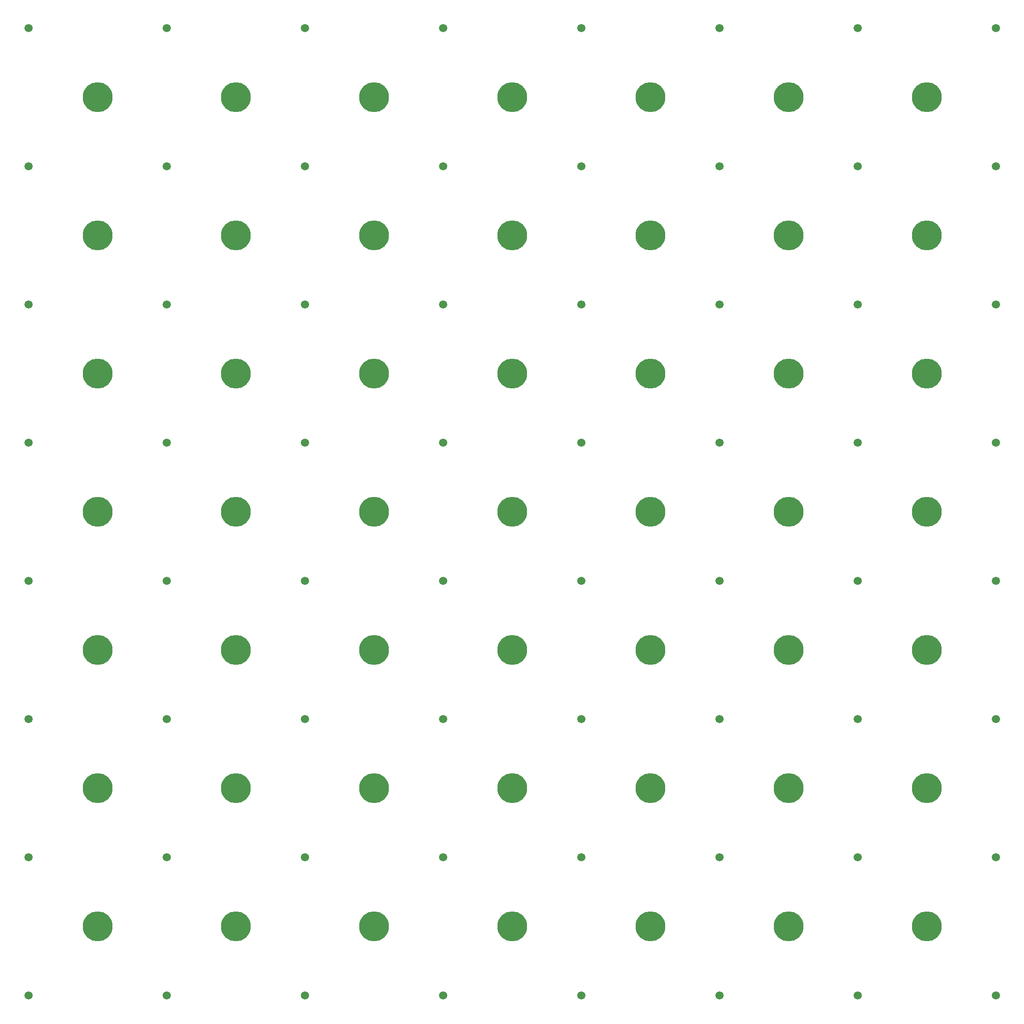
<source format=gbr>
%TF.GenerationSoftware,KiCad,Pcbnew,7.0.2*%
%TF.CreationDate,2023-05-22T19:29:03+02:00*%
%TF.ProjectId,Board1_Pad_PogoPin,426f6172-6431-45f5-9061-645f506f676f,rev?*%
%TF.SameCoordinates,Original*%
%TF.FileFunction,Paste,Bot*%
%TF.FilePolarity,Positive*%
%FSLAX46Y46*%
G04 Gerber Fmt 4.6, Leading zero omitted, Abs format (unit mm)*
G04 Created by KiCad (PCBNEW 7.0.2) date 2023-05-22 19:29:03*
%MOMM*%
%LPD*%
G01*
G04 APERTURE LIST*
%ADD10C,5.500000*%
%ADD11C,1.500000*%
G04 APERTURE END LIST*
D10*
%TO.C,REF\u002A\u002A23*%
X207451479Y-202416100D03*
%TD*%
%TO.C,REF\u002A\u002A45*%
X359851479Y-304016100D03*
%TD*%
%TO.C,REF\u002A\u002A21*%
X258251479Y-202416100D03*
%TD*%
D11*
%TO.C,J27*%
X270951479Y-189716100D03*
%TD*%
%TO.C,J47*%
X321751479Y-291316100D03*
%TD*%
D10*
%TO.C,REF\u002A\u002A34*%
X283651479Y-253216100D03*
%TD*%
%TO.C,REF\u002A\u002A48*%
X283651479Y-304016100D03*
%TD*%
D11*
%TO.C,J10*%
X220151479Y-164316100D03*
%TD*%
%TO.C,J41*%
X321751479Y-138916100D03*
%TD*%
%TO.C,J15*%
X220151479Y-291316100D03*
%TD*%
%TO.C,J4*%
X194751479Y-215116100D03*
%TD*%
%TO.C,J38*%
X296351479Y-265916100D03*
%TD*%
%TO.C,J28*%
X270951479Y-215116100D03*
%TD*%
D10*
%TO.C,REF\u002A\u002A27*%
X283651479Y-227816100D03*
%TD*%
%TO.C,REF\u002A\u002A35*%
X258251479Y-253216100D03*
%TD*%
%TO.C,REF\u002A\u002A19*%
X309051479Y-202416100D03*
%TD*%
D11*
%TO.C,J22*%
X245551479Y-265916100D03*
%TD*%
%TO.C,J45*%
X321751479Y-240516100D03*
%TD*%
%TO.C,J12*%
X220151479Y-215116100D03*
%TD*%
D10*
%TO.C,REF\u002A\u002A7*%
X258251479Y-151616100D03*
%TD*%
D11*
%TO.C,J25*%
X270951479Y-138916100D03*
%TD*%
D10*
%TO.C,REF\u002A\u002A22*%
X232851479Y-202416100D03*
%TD*%
%TO.C,REF\u002A\u002A49*%
X258251479Y-304016100D03*
%TD*%
D11*
%TO.C,J23*%
X245551479Y-291316100D03*
%TD*%
D10*
%TO.C,REF\u002A\u002A*%
X359851479Y-151616100D03*
%TD*%
D11*
%TO.C,J29*%
X270951479Y-240516100D03*
%TD*%
%TO.C,J57*%
X372551479Y-138916100D03*
%TD*%
D10*
%TO.C,REF\u002A\u002A51*%
X207451479Y-304016100D03*
%TD*%
D11*
%TO.C,J14*%
X220151479Y-265916100D03*
%TD*%
D10*
%TO.C,REF\u002A\u002A17*%
X359851479Y-202416100D03*
%TD*%
D11*
%TO.C,J24*%
X245551479Y-316716100D03*
%TD*%
D10*
%TO.C,REF\u002A\u002A9*%
X207451479Y-151616100D03*
%TD*%
D11*
%TO.C,J50*%
X347151479Y-164316100D03*
%TD*%
%TO.C,J34*%
X296351479Y-164316100D03*
%TD*%
D10*
%TO.C,REF\u002A\u002A14*%
X258251479Y-177016100D03*
%TD*%
D11*
%TO.C,J17*%
X245551479Y-138916100D03*
%TD*%
D10*
%TO.C,REF\u002A\u002A6*%
X283651479Y-151616100D03*
%TD*%
D11*
%TO.C,J21*%
X245551479Y-240516100D03*
%TD*%
%TO.C,J36*%
X296351479Y-215116100D03*
%TD*%
%TO.C,J7*%
X194751479Y-291316100D03*
%TD*%
D10*
%TO.C,REF\u002A\u002A50*%
X232851479Y-304016100D03*
%TD*%
D11*
%TO.C,J39*%
X296351479Y-291316100D03*
%TD*%
D10*
%TO.C,REF\u002A\u002A16*%
X207451479Y-177016100D03*
%TD*%
%TO.C,REF\u002A\u002A40*%
X309051479Y-278616100D03*
%TD*%
D11*
%TO.C,J6*%
X194751479Y-265916100D03*
%TD*%
%TO.C,J63*%
X372551479Y-291316100D03*
%TD*%
%TO.C,J53*%
X347151479Y-240516100D03*
%TD*%
%TO.C,J13*%
X220151479Y-240516100D03*
%TD*%
%TO.C,J61*%
X372551479Y-240516100D03*
%TD*%
D10*
%TO.C,REF\u002A\u002A28*%
X258251479Y-227816100D03*
%TD*%
%TO.C,REF\u002A\u002A18*%
X334451479Y-202416100D03*
%TD*%
D11*
%TO.C,J32*%
X270951479Y-316716100D03*
%TD*%
%TO.C,J54*%
X347151479Y-265916100D03*
%TD*%
%TO.C,J11*%
X220151479Y-189716100D03*
%TD*%
%TO.C,J30*%
X270951479Y-265916100D03*
%TD*%
D10*
%TO.C,REF\u002A\u002A37*%
X207451479Y-253216100D03*
%TD*%
%TO.C,REF\u002A\u002A15*%
X232851479Y-177016100D03*
%TD*%
%TO.C,REF\u002A\u002A47*%
X309051479Y-304016100D03*
%TD*%
%TO.C,REF\u002A\u002A36*%
X232851479Y-253216100D03*
%TD*%
D11*
%TO.C,J51*%
X347151479Y-189716100D03*
%TD*%
D10*
%TO.C,REF\u002A\u002A38*%
X359851479Y-278616100D03*
%TD*%
%TO.C,REF\u002A\u002A12*%
X309051479Y-177016100D03*
%TD*%
%TO.C,REF\u002A\u002A43*%
X232851479Y-278616100D03*
%TD*%
D11*
%TO.C,J5*%
X194751479Y-240516100D03*
%TD*%
%TO.C,J60*%
X372551479Y-215116100D03*
%TD*%
D10*
%TO.C,REF\u002A\u002A5*%
X309051479Y-151616100D03*
%TD*%
%TO.C,REF\u002A\u002A30*%
X207451479Y-227816100D03*
%TD*%
%TO.C,REF\u002A\u002A11*%
X334451479Y-177016100D03*
%TD*%
D11*
%TO.C,J1*%
X194751479Y-138916100D03*
%TD*%
%TO.C,J59*%
X372551479Y-189716100D03*
%TD*%
%TO.C,J56*%
X347151479Y-316716100D03*
%TD*%
D10*
%TO.C,REF\u002A\u002A39*%
X334451479Y-278616100D03*
%TD*%
%TO.C,REF\u002A\u002A32*%
X334451479Y-253216100D03*
%TD*%
D11*
%TO.C,J31*%
X270951479Y-291316100D03*
%TD*%
D10*
%TO.C,REF\u002A\u002A33*%
X309051479Y-253216100D03*
%TD*%
D11*
%TO.C,J52*%
X347151479Y-215116100D03*
%TD*%
%TO.C,J20*%
X245551479Y-215116100D03*
%TD*%
%TO.C,J37*%
X296351479Y-240516100D03*
%TD*%
%TO.C,J40*%
X296351479Y-316716100D03*
%TD*%
%TO.C,J42*%
X321751479Y-164316100D03*
%TD*%
D10*
%TO.C,REF\u002A\u002A25*%
X334451479Y-227816100D03*
%TD*%
D11*
%TO.C,J33*%
X296351479Y-138916100D03*
%TD*%
%TO.C,J35*%
X296351479Y-189716100D03*
%TD*%
D10*
%TO.C,REF\u002A\u002A29*%
X232851479Y-227816100D03*
%TD*%
D11*
%TO.C,J2*%
X194751479Y-164316100D03*
%TD*%
D10*
%TO.C,REF\u002A\u002A46*%
X334451479Y-304016100D03*
%TD*%
%TO.C,REF\u002A\u002A10*%
X359851479Y-177016100D03*
%TD*%
%TO.C,REF\u002A\u002A41*%
X283651479Y-278616100D03*
%TD*%
%TO.C,REF\u002A\u002A8*%
X232851479Y-151616100D03*
%TD*%
D11*
%TO.C,J46*%
X321751479Y-265916100D03*
%TD*%
D10*
%TO.C,REF\u002A\u002A20*%
X283651479Y-202416100D03*
%TD*%
%TO.C,REF\u002A\u002A24*%
X359851479Y-227816100D03*
%TD*%
%TO.C,REF\u002A\u002A31*%
X359851479Y-253216100D03*
%TD*%
D11*
%TO.C,J55*%
X347151479Y-291316100D03*
%TD*%
%TO.C,J62*%
X372551479Y-265916100D03*
%TD*%
%TO.C,J18*%
X245551479Y-164316100D03*
%TD*%
%TO.C,J64*%
X372551479Y-316716100D03*
%TD*%
%TO.C,J19*%
X245551479Y-189716100D03*
%TD*%
D10*
%TO.C,REF\u002A\u002A4*%
X334451479Y-151616100D03*
%TD*%
D11*
%TO.C,J8*%
X194751479Y-316716100D03*
%TD*%
D10*
%TO.C,REF\u002A\u002A26*%
X309051479Y-227816100D03*
%TD*%
D11*
%TO.C,J48*%
X321751479Y-316716100D03*
%TD*%
D10*
%TO.C,REF\u002A\u002A42*%
X258251479Y-278616100D03*
%TD*%
%TO.C,REF\u002A\u002A13*%
X283651479Y-177016100D03*
%TD*%
%TO.C,REF\u002A\u002A44*%
X207451479Y-278616100D03*
%TD*%
D11*
%TO.C,J9*%
X220151479Y-138916100D03*
%TD*%
%TO.C,J43*%
X321751479Y-189716100D03*
%TD*%
%TO.C,J58*%
X372551479Y-164316100D03*
%TD*%
%TO.C,J3*%
X194751479Y-189716100D03*
%TD*%
%TO.C,J44*%
X321751479Y-215116100D03*
%TD*%
%TO.C,J16*%
X220151479Y-316716100D03*
%TD*%
%TO.C,J49*%
X347151479Y-138916100D03*
%TD*%
%TO.C,J26*%
X270951479Y-164316100D03*
%TD*%
M02*

</source>
